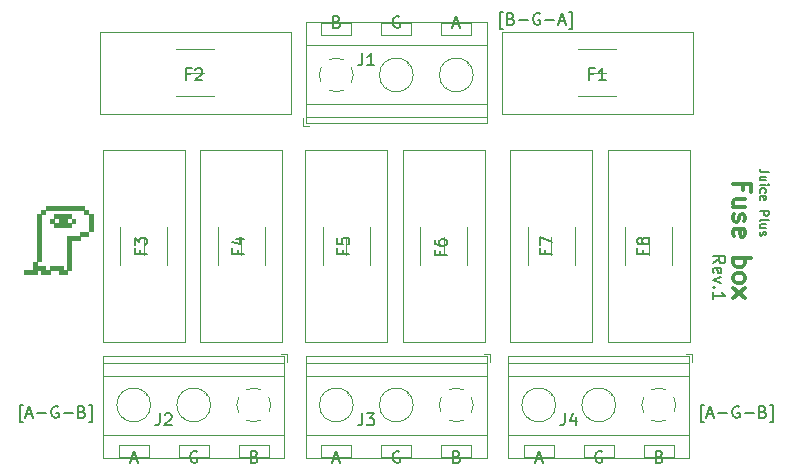
<source format=gto>
G04 #@! TF.GenerationSoftware,KiCad,Pcbnew,5.0.2+dfsg1-1*
G04 #@! TF.CreationDate,2022-05-27T08:30:11+09:00*
G04 #@! TF.ProjectId,car-fuse-box,6361722d-6675-4736-952d-626f782e6b69,rev?*
G04 #@! TF.SameCoordinates,Original*
G04 #@! TF.FileFunction,Legend,Top*
G04 #@! TF.FilePolarity,Positive*
%FSLAX46Y46*%
G04 Gerber Fmt 4.6, Leading zero omitted, Abs format (unit mm)*
G04 Created by KiCad (PCBNEW 5.0.2+dfsg1-1) date Fri 27 May 2022 08:30:11 AM JST*
%MOMM*%
%LPD*%
G01*
G04 APERTURE LIST*
%ADD10C,0.150000*%
%ADD11C,0.200000*%
%ADD12C,0.300000*%
%ADD13C,0.120000*%
%ADD14C,0.010000*%
%ADD15C,2.882000*%
%ADD16R,2.202000X2.202000*%
%ADD17C,2.202000*%
%ADD18C,5.702000*%
G04 APERTURE END LIST*
D10*
X150270714Y-63486428D02*
X149735000Y-63486428D01*
X149627857Y-63450714D01*
X149556428Y-63379285D01*
X149520714Y-63272142D01*
X149520714Y-63200714D01*
X150020714Y-64165000D02*
X149520714Y-64165000D01*
X150020714Y-63843571D02*
X149627857Y-63843571D01*
X149556428Y-63879285D01*
X149520714Y-63950714D01*
X149520714Y-64057857D01*
X149556428Y-64129285D01*
X149592142Y-64165000D01*
X149520714Y-64522142D02*
X150020714Y-64522142D01*
X150270714Y-64522142D02*
X150235000Y-64486428D01*
X150199285Y-64522142D01*
X150235000Y-64557857D01*
X150270714Y-64522142D01*
X150199285Y-64522142D01*
X149556428Y-65200714D02*
X149520714Y-65129285D01*
X149520714Y-64986428D01*
X149556428Y-64915000D01*
X149592142Y-64879285D01*
X149663571Y-64843571D01*
X149877857Y-64843571D01*
X149949285Y-64879285D01*
X149985000Y-64915000D01*
X150020714Y-64986428D01*
X150020714Y-65129285D01*
X149985000Y-65200714D01*
X149556428Y-65807857D02*
X149520714Y-65736428D01*
X149520714Y-65593571D01*
X149556428Y-65522142D01*
X149627857Y-65486428D01*
X149913571Y-65486428D01*
X149985000Y-65522142D01*
X150020714Y-65593571D01*
X150020714Y-65736428D01*
X149985000Y-65807857D01*
X149913571Y-65843571D01*
X149842142Y-65843571D01*
X149770714Y-65486428D01*
X149520714Y-66736428D02*
X150270714Y-66736428D01*
X150270714Y-67022142D01*
X150235000Y-67093571D01*
X150199285Y-67129285D01*
X150127857Y-67165000D01*
X150020714Y-67165000D01*
X149949285Y-67129285D01*
X149913571Y-67093571D01*
X149877857Y-67022142D01*
X149877857Y-66736428D01*
X149520714Y-67593571D02*
X149556428Y-67522142D01*
X149627857Y-67486428D01*
X150270714Y-67486428D01*
X150020714Y-68200714D02*
X149520714Y-68200714D01*
X150020714Y-67879285D02*
X149627857Y-67879285D01*
X149556428Y-67915000D01*
X149520714Y-67986428D01*
X149520714Y-68093571D01*
X149556428Y-68165000D01*
X149592142Y-68200714D01*
X149556428Y-68522142D02*
X149520714Y-68593571D01*
X149520714Y-68736428D01*
X149556428Y-68807857D01*
X149627857Y-68843571D01*
X149663571Y-68843571D01*
X149735000Y-68807857D01*
X149770714Y-68736428D01*
X149770714Y-68629285D01*
X149806428Y-68557857D01*
X149877857Y-68522142D01*
X149913571Y-68522142D01*
X149985000Y-68557857D01*
X150020714Y-68629285D01*
X150020714Y-68736428D01*
X149985000Y-68807857D01*
D11*
X145597619Y-71175714D02*
X146073809Y-70842380D01*
X145597619Y-70604285D02*
X146597619Y-70604285D01*
X146597619Y-70985238D01*
X146550000Y-71080476D01*
X146502380Y-71128095D01*
X146407142Y-71175714D01*
X146264285Y-71175714D01*
X146169047Y-71128095D01*
X146121428Y-71080476D01*
X146073809Y-70985238D01*
X146073809Y-70604285D01*
X145645238Y-71985238D02*
X145597619Y-71890000D01*
X145597619Y-71699523D01*
X145645238Y-71604285D01*
X145740476Y-71556666D01*
X146121428Y-71556666D01*
X146216666Y-71604285D01*
X146264285Y-71699523D01*
X146264285Y-71890000D01*
X146216666Y-71985238D01*
X146121428Y-72032857D01*
X146026190Y-72032857D01*
X145930952Y-71556666D01*
X146264285Y-72366190D02*
X145597619Y-72604285D01*
X146264285Y-72842380D01*
X145692857Y-73223333D02*
X145645238Y-73270952D01*
X145597619Y-73223333D01*
X145645238Y-73175714D01*
X145692857Y-73223333D01*
X145597619Y-73223333D01*
X145597619Y-74223333D02*
X145597619Y-73651904D01*
X145597619Y-73937619D02*
X146597619Y-73937619D01*
X146454761Y-73842380D01*
X146359523Y-73747142D01*
X146311904Y-73651904D01*
D12*
X148062142Y-64965000D02*
X148062142Y-64465000D01*
X147276428Y-64465000D02*
X148776428Y-64465000D01*
X148776428Y-65179285D01*
X148276428Y-66393571D02*
X147276428Y-66393571D01*
X148276428Y-65750714D02*
X147490714Y-65750714D01*
X147347857Y-65822142D01*
X147276428Y-65965000D01*
X147276428Y-66179285D01*
X147347857Y-66322142D01*
X147419285Y-66393571D01*
X147347857Y-67036428D02*
X147276428Y-67179285D01*
X147276428Y-67465000D01*
X147347857Y-67607857D01*
X147490714Y-67679285D01*
X147562142Y-67679285D01*
X147705000Y-67607857D01*
X147776428Y-67465000D01*
X147776428Y-67250714D01*
X147847857Y-67107857D01*
X147990714Y-67036428D01*
X148062142Y-67036428D01*
X148205000Y-67107857D01*
X148276428Y-67250714D01*
X148276428Y-67465000D01*
X148205000Y-67607857D01*
X147347857Y-68893571D02*
X147276428Y-68750714D01*
X147276428Y-68465000D01*
X147347857Y-68322142D01*
X147490714Y-68250714D01*
X148062142Y-68250714D01*
X148205000Y-68322142D01*
X148276428Y-68465000D01*
X148276428Y-68750714D01*
X148205000Y-68893571D01*
X148062142Y-68965000D01*
X147919285Y-68965000D01*
X147776428Y-68250714D01*
X147276428Y-70750714D02*
X148776428Y-70750714D01*
X148205000Y-70750714D02*
X148276428Y-70893571D01*
X148276428Y-71179285D01*
X148205000Y-71322142D01*
X148133571Y-71393571D01*
X147990714Y-71465000D01*
X147562142Y-71465000D01*
X147419285Y-71393571D01*
X147347857Y-71322142D01*
X147276428Y-71179285D01*
X147276428Y-70893571D01*
X147347857Y-70750714D01*
X147276428Y-72322142D02*
X147347857Y-72179285D01*
X147419285Y-72107857D01*
X147562142Y-72036428D01*
X147990714Y-72036428D01*
X148133571Y-72107857D01*
X148205000Y-72179285D01*
X148276428Y-72322142D01*
X148276428Y-72536428D01*
X148205000Y-72679285D01*
X148133571Y-72750714D01*
X147990714Y-72822142D01*
X147562142Y-72822142D01*
X147419285Y-72750714D01*
X147347857Y-72679285D01*
X147276428Y-72536428D01*
X147276428Y-72322142D01*
X147276428Y-73322142D02*
X148276428Y-74107857D01*
X148276428Y-73322142D02*
X147276428Y-74107857D01*
D10*
X127746476Y-51331714D02*
X127508380Y-51331714D01*
X127508380Y-49903142D01*
X127746476Y-49903142D01*
X128460761Y-50474571D02*
X128603619Y-50522190D01*
X128651238Y-50569809D01*
X128698857Y-50665047D01*
X128698857Y-50807904D01*
X128651238Y-50903142D01*
X128603619Y-50950761D01*
X128508380Y-50998380D01*
X128127428Y-50998380D01*
X128127428Y-49998380D01*
X128460761Y-49998380D01*
X128556000Y-50046000D01*
X128603619Y-50093619D01*
X128651238Y-50188857D01*
X128651238Y-50284095D01*
X128603619Y-50379333D01*
X128556000Y-50426952D01*
X128460761Y-50474571D01*
X128127428Y-50474571D01*
X129127428Y-50617428D02*
X129889333Y-50617428D01*
X130889333Y-50046000D02*
X130794095Y-49998380D01*
X130651238Y-49998380D01*
X130508380Y-50046000D01*
X130413142Y-50141238D01*
X130365523Y-50236476D01*
X130317904Y-50426952D01*
X130317904Y-50569809D01*
X130365523Y-50760285D01*
X130413142Y-50855523D01*
X130508380Y-50950761D01*
X130651238Y-50998380D01*
X130746476Y-50998380D01*
X130889333Y-50950761D01*
X130936952Y-50903142D01*
X130936952Y-50569809D01*
X130746476Y-50569809D01*
X131365523Y-50617428D02*
X132127428Y-50617428D01*
X132556000Y-50712666D02*
X133032190Y-50712666D01*
X132460761Y-50998380D02*
X132794095Y-49998380D01*
X133127428Y-50998380D01*
X133365523Y-51331714D02*
X133603619Y-51331714D01*
X133603619Y-49903142D01*
X133365523Y-49903142D01*
X87106476Y-84605714D02*
X86868380Y-84605714D01*
X86868380Y-83177142D01*
X87106476Y-83177142D01*
X87439809Y-83986666D02*
X87916000Y-83986666D01*
X87344571Y-84272380D02*
X87677904Y-83272380D01*
X88011238Y-84272380D01*
X88344571Y-83891428D02*
X89106476Y-83891428D01*
X90106476Y-83320000D02*
X90011238Y-83272380D01*
X89868380Y-83272380D01*
X89725523Y-83320000D01*
X89630285Y-83415238D01*
X89582666Y-83510476D01*
X89535047Y-83700952D01*
X89535047Y-83843809D01*
X89582666Y-84034285D01*
X89630285Y-84129523D01*
X89725523Y-84224761D01*
X89868380Y-84272380D01*
X89963619Y-84272380D01*
X90106476Y-84224761D01*
X90154095Y-84177142D01*
X90154095Y-83843809D01*
X89963619Y-83843809D01*
X90582666Y-83891428D02*
X91344571Y-83891428D01*
X92154095Y-83748571D02*
X92296952Y-83796190D01*
X92344571Y-83843809D01*
X92392190Y-83939047D01*
X92392190Y-84081904D01*
X92344571Y-84177142D01*
X92296952Y-84224761D01*
X92201714Y-84272380D01*
X91820761Y-84272380D01*
X91820761Y-83272380D01*
X92154095Y-83272380D01*
X92249333Y-83320000D01*
X92296952Y-83367619D01*
X92344571Y-83462857D01*
X92344571Y-83558095D01*
X92296952Y-83653333D01*
X92249333Y-83700952D01*
X92154095Y-83748571D01*
X91820761Y-83748571D01*
X92725523Y-84605714D02*
X92963619Y-84605714D01*
X92963619Y-83177142D01*
X92725523Y-83177142D01*
X144764476Y-84605714D02*
X144526380Y-84605714D01*
X144526380Y-83177142D01*
X144764476Y-83177142D01*
X145097809Y-83986666D02*
X145574000Y-83986666D01*
X145002571Y-84272380D02*
X145335904Y-83272380D01*
X145669238Y-84272380D01*
X146002571Y-83891428D02*
X146764476Y-83891428D01*
X147764476Y-83320000D02*
X147669238Y-83272380D01*
X147526380Y-83272380D01*
X147383523Y-83320000D01*
X147288285Y-83415238D01*
X147240666Y-83510476D01*
X147193047Y-83700952D01*
X147193047Y-83843809D01*
X147240666Y-84034285D01*
X147288285Y-84129523D01*
X147383523Y-84224761D01*
X147526380Y-84272380D01*
X147621619Y-84272380D01*
X147764476Y-84224761D01*
X147812095Y-84177142D01*
X147812095Y-83843809D01*
X147621619Y-83843809D01*
X148240666Y-83891428D02*
X149002571Y-83891428D01*
X149812095Y-83748571D02*
X149954952Y-83796190D01*
X150002571Y-83843809D01*
X150050190Y-83939047D01*
X150050190Y-84081904D01*
X150002571Y-84177142D01*
X149954952Y-84224761D01*
X149859714Y-84272380D01*
X149478761Y-84272380D01*
X149478761Y-83272380D01*
X149812095Y-83272380D01*
X149907333Y-83320000D01*
X149954952Y-83367619D01*
X150002571Y-83462857D01*
X150002571Y-83558095D01*
X149954952Y-83653333D01*
X149907333Y-83700952D01*
X149812095Y-83748571D01*
X149478761Y-83748571D01*
X150383523Y-84605714D02*
X150621619Y-84605714D01*
X150621619Y-83177142D01*
X150383523Y-83177142D01*
X123586904Y-50966666D02*
X124063095Y-50966666D01*
X123491666Y-51252380D02*
X123825000Y-50252380D01*
X124158333Y-51252380D01*
X119006904Y-50300000D02*
X118911666Y-50252380D01*
X118768809Y-50252380D01*
X118625952Y-50300000D01*
X118530714Y-50395238D01*
X118483095Y-50490476D01*
X118435476Y-50680952D01*
X118435476Y-50823809D01*
X118483095Y-51014285D01*
X118530714Y-51109523D01*
X118625952Y-51204761D01*
X118768809Y-51252380D01*
X118864047Y-51252380D01*
X119006904Y-51204761D01*
X119054523Y-51157142D01*
X119054523Y-50823809D01*
X118864047Y-50823809D01*
X113736428Y-50728571D02*
X113879285Y-50776190D01*
X113926904Y-50823809D01*
X113974523Y-50919047D01*
X113974523Y-51061904D01*
X113926904Y-51157142D01*
X113879285Y-51204761D01*
X113784047Y-51252380D01*
X113403095Y-51252380D01*
X113403095Y-50252380D01*
X113736428Y-50252380D01*
X113831666Y-50300000D01*
X113879285Y-50347619D01*
X113926904Y-50442857D01*
X113926904Y-50538095D01*
X113879285Y-50633333D01*
X113831666Y-50680952D01*
X113736428Y-50728571D01*
X113403095Y-50728571D01*
X136151904Y-87130000D02*
X136056666Y-87082380D01*
X135913809Y-87082380D01*
X135770952Y-87130000D01*
X135675714Y-87225238D01*
X135628095Y-87320476D01*
X135580476Y-87510952D01*
X135580476Y-87653809D01*
X135628095Y-87844285D01*
X135675714Y-87939523D01*
X135770952Y-88034761D01*
X135913809Y-88082380D01*
X136009047Y-88082380D01*
X136151904Y-88034761D01*
X136199523Y-87987142D01*
X136199523Y-87653809D01*
X136009047Y-87653809D01*
X119006904Y-87130000D02*
X118911666Y-87082380D01*
X118768809Y-87082380D01*
X118625952Y-87130000D01*
X118530714Y-87225238D01*
X118483095Y-87320476D01*
X118435476Y-87510952D01*
X118435476Y-87653809D01*
X118483095Y-87844285D01*
X118530714Y-87939523D01*
X118625952Y-88034761D01*
X118768809Y-88082380D01*
X118864047Y-88082380D01*
X119006904Y-88034761D01*
X119054523Y-87987142D01*
X119054523Y-87653809D01*
X118864047Y-87653809D01*
X101861904Y-87130000D02*
X101766666Y-87082380D01*
X101623809Y-87082380D01*
X101480952Y-87130000D01*
X101385714Y-87225238D01*
X101338095Y-87320476D01*
X101290476Y-87510952D01*
X101290476Y-87653809D01*
X101338095Y-87844285D01*
X101385714Y-87939523D01*
X101480952Y-88034761D01*
X101623809Y-88082380D01*
X101719047Y-88082380D01*
X101861904Y-88034761D01*
X101909523Y-87987142D01*
X101909523Y-87653809D01*
X101719047Y-87653809D01*
X141041428Y-87558571D02*
X141184285Y-87606190D01*
X141231904Y-87653809D01*
X141279523Y-87749047D01*
X141279523Y-87891904D01*
X141231904Y-87987142D01*
X141184285Y-88034761D01*
X141089047Y-88082380D01*
X140708095Y-88082380D01*
X140708095Y-87082380D01*
X141041428Y-87082380D01*
X141136666Y-87130000D01*
X141184285Y-87177619D01*
X141231904Y-87272857D01*
X141231904Y-87368095D01*
X141184285Y-87463333D01*
X141136666Y-87510952D01*
X141041428Y-87558571D01*
X140708095Y-87558571D01*
X123896428Y-87558571D02*
X124039285Y-87606190D01*
X124086904Y-87653809D01*
X124134523Y-87749047D01*
X124134523Y-87891904D01*
X124086904Y-87987142D01*
X124039285Y-88034761D01*
X123944047Y-88082380D01*
X123563095Y-88082380D01*
X123563095Y-87082380D01*
X123896428Y-87082380D01*
X123991666Y-87130000D01*
X124039285Y-87177619D01*
X124086904Y-87272857D01*
X124086904Y-87368095D01*
X124039285Y-87463333D01*
X123991666Y-87510952D01*
X123896428Y-87558571D01*
X123563095Y-87558571D01*
X106751428Y-87558571D02*
X106894285Y-87606190D01*
X106941904Y-87653809D01*
X106989523Y-87749047D01*
X106989523Y-87891904D01*
X106941904Y-87987142D01*
X106894285Y-88034761D01*
X106799047Y-88082380D01*
X106418095Y-88082380D01*
X106418095Y-87082380D01*
X106751428Y-87082380D01*
X106846666Y-87130000D01*
X106894285Y-87177619D01*
X106941904Y-87272857D01*
X106941904Y-87368095D01*
X106894285Y-87463333D01*
X106846666Y-87510952D01*
X106751428Y-87558571D01*
X106418095Y-87558571D01*
X130571904Y-87796666D02*
X131048095Y-87796666D01*
X130476666Y-88082380D02*
X130810000Y-87082380D01*
X131143333Y-88082380D01*
X113426904Y-87796666D02*
X113903095Y-87796666D01*
X113331666Y-88082380D02*
X113665000Y-87082380D01*
X113998333Y-88082380D01*
X96281904Y-87796666D02*
X96758095Y-87796666D01*
X96186666Y-88082380D02*
X96520000Y-87082380D01*
X96853333Y-88082380D01*
D13*
G04 #@! TO.C,F1*
X143870000Y-58510000D02*
X143870000Y-51570000D01*
X143870000Y-51570000D02*
X127670000Y-51570000D01*
X127670000Y-51570000D02*
X127670000Y-58510000D01*
X127670000Y-58510000D02*
X143870000Y-58510000D01*
X136520000Y-55040000D02*
X135020000Y-55040000D01*
X134170000Y-53040000D02*
X137370000Y-53040000D01*
X137370000Y-57040000D02*
X134170000Y-57040000D01*
G04 #@! TO.C,F2*
X100120000Y-53040000D02*
X103320000Y-53040000D01*
X103320000Y-57040000D02*
X100120000Y-57040000D01*
X100970000Y-55040000D02*
X102470000Y-55040000D01*
X109820000Y-51570000D02*
X93620000Y-51570000D01*
X109820000Y-58510000D02*
X109820000Y-51570000D01*
X93620000Y-58510000D02*
X109820000Y-58510000D01*
X93620000Y-51570000D02*
X93620000Y-58510000D01*
G04 #@! TO.C,F3*
X100830000Y-61630000D02*
X93890000Y-61630000D01*
X93890000Y-61630000D02*
X93890000Y-77830000D01*
X93890000Y-77830000D02*
X100830000Y-77830000D01*
X100830000Y-77830000D02*
X100830000Y-61630000D01*
X97360000Y-68980000D02*
X97360000Y-70480000D01*
X95360000Y-71330000D02*
X95360000Y-68130000D01*
X99360000Y-68130000D02*
X99360000Y-71330000D01*
G04 #@! TO.C,F4*
X107615000Y-68130000D02*
X107615000Y-71330000D01*
X103615000Y-71330000D02*
X103615000Y-68130000D01*
X105615000Y-68980000D02*
X105615000Y-70480000D01*
X109085000Y-77830000D02*
X109085000Y-61630000D01*
X102145000Y-77830000D02*
X109085000Y-77830000D01*
X102145000Y-61630000D02*
X102145000Y-77830000D01*
X109085000Y-61630000D02*
X102145000Y-61630000D01*
G04 #@! TO.C,F5*
X117975000Y-61630000D02*
X111035000Y-61630000D01*
X111035000Y-61630000D02*
X111035000Y-77830000D01*
X111035000Y-77830000D02*
X117975000Y-77830000D01*
X117975000Y-77830000D02*
X117975000Y-61630000D01*
X114505000Y-68980000D02*
X114505000Y-70480000D01*
X112505000Y-71330000D02*
X112505000Y-68130000D01*
X116505000Y-68130000D02*
X116505000Y-71330000D01*
G04 #@! TO.C,F6*
X124760000Y-68130000D02*
X124760000Y-71330000D01*
X120760000Y-71330000D02*
X120760000Y-68130000D01*
X122760000Y-68980000D02*
X122760000Y-70480000D01*
X126230000Y-77830000D02*
X126230000Y-61630000D01*
X119290000Y-77830000D02*
X126230000Y-77830000D01*
X119290000Y-61630000D02*
X119290000Y-77830000D01*
X126230000Y-61630000D02*
X119290000Y-61630000D01*
G04 #@! TO.C,F7*
X135345000Y-61630000D02*
X128405000Y-61630000D01*
X128405000Y-61630000D02*
X128405000Y-77830000D01*
X128405000Y-77830000D02*
X135345000Y-77830000D01*
X135345000Y-77830000D02*
X135345000Y-61630000D01*
X131875000Y-68980000D02*
X131875000Y-70480000D01*
X129875000Y-71330000D02*
X129875000Y-68130000D01*
X133875000Y-68130000D02*
X133875000Y-71330000D01*
G04 #@! TO.C,F8*
X142130000Y-68130000D02*
X142130000Y-71330000D01*
X138130000Y-71330000D02*
X138130000Y-68130000D01*
X140130000Y-68980000D02*
X140130000Y-70480000D01*
X143600000Y-77830000D02*
X143600000Y-61630000D01*
X136660000Y-77830000D02*
X143600000Y-77830000D01*
X136660000Y-61630000D02*
X136660000Y-77830000D01*
X143600000Y-61630000D02*
X136660000Y-61630000D01*
G04 #@! TO.C,J1*
X114291871Y-56530275D02*
G75*
G02X113665000Y-56675000I-626871J1285275D01*
G01*
X114950824Y-54617638D02*
G75*
G02X114951000Y-55872000I-1285824J-627362D01*
G01*
X113037638Y-53959176D02*
G75*
G02X114292000Y-53959000I627362J-1285824D01*
G01*
X112378389Y-55871746D02*
G75*
G02X112379000Y-54617000I1286611J626746D01*
G01*
X113689280Y-56675940D02*
G75*
G02X113037000Y-56531000I-24280J1430940D01*
G01*
X120175000Y-55245000D02*
G75*
G03X120175000Y-55245000I-1430000J0D01*
G01*
X125255000Y-55245000D02*
G75*
G03X125255000Y-55245000I-1430000J0D01*
G01*
X111065000Y-58795000D02*
X126425000Y-58795000D01*
X111065000Y-57695000D02*
X126425000Y-57695000D01*
X111065000Y-52695000D02*
X126425000Y-52695000D01*
X111065000Y-50785000D02*
X126425000Y-50785000D01*
X111065000Y-59355000D02*
X126425000Y-59355000D01*
X111065000Y-50785000D02*
X111065000Y-59355000D01*
X126425000Y-50785000D02*
X126425000Y-59355000D01*
X112415000Y-50845000D02*
X114915000Y-50845000D01*
X112415000Y-51845000D02*
X114915000Y-51845000D01*
X112415000Y-50845000D02*
X112415000Y-51845000D01*
X114915000Y-50845000D02*
X114915000Y-51845000D01*
X119830000Y-54335000D02*
X119770000Y-54394000D01*
X117875000Y-56290000D02*
X117835000Y-56330000D01*
X119656000Y-54160000D02*
X119616000Y-54200000D01*
X117721000Y-56095000D02*
X117661000Y-56155000D01*
X117495000Y-50845000D02*
X119995000Y-50845000D01*
X117495000Y-51845000D02*
X119995000Y-51845000D01*
X117495000Y-50845000D02*
X117495000Y-51845000D01*
X119995000Y-50845000D02*
X119995000Y-51845000D01*
X124910000Y-54335000D02*
X124850000Y-54394000D01*
X122955000Y-56290000D02*
X122915000Y-56330000D01*
X124736000Y-54160000D02*
X124696000Y-54200000D01*
X122801000Y-56095000D02*
X122741000Y-56155000D01*
X122575000Y-50845000D02*
X125075000Y-50845000D01*
X122575000Y-51845000D02*
X125075000Y-51845000D01*
X122575000Y-50845000D02*
X122575000Y-51845000D01*
X125075000Y-50845000D02*
X125075000Y-51845000D01*
X110825000Y-58855000D02*
X110825000Y-59595000D01*
X110825000Y-59595000D02*
X111325000Y-59595000D01*
G04 #@! TO.C,J2*
X109520000Y-78835000D02*
X109020000Y-78835000D01*
X109520000Y-79575000D02*
X109520000Y-78835000D01*
X95270000Y-87585000D02*
X95270000Y-86585000D01*
X97770000Y-87585000D02*
X97770000Y-86585000D01*
X97770000Y-86585000D02*
X95270000Y-86585000D01*
X97770000Y-87585000D02*
X95270000Y-87585000D01*
X97544000Y-82335000D02*
X97604000Y-82275000D01*
X95609000Y-84270000D02*
X95649000Y-84230000D01*
X97390000Y-82140000D02*
X97430000Y-82100000D01*
X95435000Y-84095000D02*
X95495000Y-84036000D01*
X100350000Y-87585000D02*
X100350000Y-86585000D01*
X102850000Y-87585000D02*
X102850000Y-86585000D01*
X102850000Y-86585000D02*
X100350000Y-86585000D01*
X102850000Y-87585000D02*
X100350000Y-87585000D01*
X102624000Y-82335000D02*
X102684000Y-82275000D01*
X100689000Y-84270000D02*
X100729000Y-84230000D01*
X102470000Y-82140000D02*
X102510000Y-82100000D01*
X100515000Y-84095000D02*
X100575000Y-84036000D01*
X105430000Y-87585000D02*
X105430000Y-86585000D01*
X107930000Y-87585000D02*
X107930000Y-86585000D01*
X107930000Y-86585000D02*
X105430000Y-86585000D01*
X107930000Y-87585000D02*
X105430000Y-87585000D01*
X93920000Y-87645000D02*
X93920000Y-79075000D01*
X109280000Y-87645000D02*
X109280000Y-79075000D01*
X109280000Y-79075000D02*
X93920000Y-79075000D01*
X109280000Y-87645000D02*
X93920000Y-87645000D01*
X109280000Y-85735000D02*
X93920000Y-85735000D01*
X109280000Y-80735000D02*
X93920000Y-80735000D01*
X109280000Y-79635000D02*
X93920000Y-79635000D01*
X97950000Y-83185000D02*
G75*
G03X97950000Y-83185000I-1430000J0D01*
G01*
X103030000Y-83185000D02*
G75*
G03X103030000Y-83185000I-1430000J0D01*
G01*
X106655720Y-81754060D02*
G75*
G02X107308000Y-81899000I24280J-1430940D01*
G01*
X107966611Y-82558254D02*
G75*
G02X107966000Y-83813000I-1286611J-626746D01*
G01*
X107307362Y-84470824D02*
G75*
G02X106053000Y-84471000I-627362J1285824D01*
G01*
X105394176Y-83812362D02*
G75*
G02X105394000Y-82558000I1285824J627362D01*
G01*
X106053129Y-81899725D02*
G75*
G02X106680000Y-81755000I626871J-1285275D01*
G01*
G04 #@! TO.C,J3*
X123198129Y-81899725D02*
G75*
G02X123825000Y-81755000I626871J-1285275D01*
G01*
X122539176Y-83812362D02*
G75*
G02X122539000Y-82558000I1285824J627362D01*
G01*
X124452362Y-84470824D02*
G75*
G02X123198000Y-84471000I-627362J1285824D01*
G01*
X125111611Y-82558254D02*
G75*
G02X125111000Y-83813000I-1286611J-626746D01*
G01*
X123800720Y-81754060D02*
G75*
G02X124453000Y-81899000I24280J-1430940D01*
G01*
X120175000Y-83185000D02*
G75*
G03X120175000Y-83185000I-1430000J0D01*
G01*
X115095000Y-83185000D02*
G75*
G03X115095000Y-83185000I-1430000J0D01*
G01*
X126425000Y-79635000D02*
X111065000Y-79635000D01*
X126425000Y-80735000D02*
X111065000Y-80735000D01*
X126425000Y-85735000D02*
X111065000Y-85735000D01*
X126425000Y-87645000D02*
X111065000Y-87645000D01*
X126425000Y-79075000D02*
X111065000Y-79075000D01*
X126425000Y-87645000D02*
X126425000Y-79075000D01*
X111065000Y-87645000D02*
X111065000Y-79075000D01*
X125075000Y-87585000D02*
X122575000Y-87585000D01*
X125075000Y-86585000D02*
X122575000Y-86585000D01*
X125075000Y-87585000D02*
X125075000Y-86585000D01*
X122575000Y-87585000D02*
X122575000Y-86585000D01*
X117660000Y-84095000D02*
X117720000Y-84036000D01*
X119615000Y-82140000D02*
X119655000Y-82100000D01*
X117834000Y-84270000D02*
X117874000Y-84230000D01*
X119769000Y-82335000D02*
X119829000Y-82275000D01*
X119995000Y-87585000D02*
X117495000Y-87585000D01*
X119995000Y-86585000D02*
X117495000Y-86585000D01*
X119995000Y-87585000D02*
X119995000Y-86585000D01*
X117495000Y-87585000D02*
X117495000Y-86585000D01*
X112580000Y-84095000D02*
X112640000Y-84036000D01*
X114535000Y-82140000D02*
X114575000Y-82100000D01*
X112754000Y-84270000D02*
X112794000Y-84230000D01*
X114689000Y-82335000D02*
X114749000Y-82275000D01*
X114915000Y-87585000D02*
X112415000Y-87585000D01*
X114915000Y-86585000D02*
X112415000Y-86585000D01*
X114915000Y-87585000D02*
X114915000Y-86585000D01*
X112415000Y-87585000D02*
X112415000Y-86585000D01*
X126665000Y-79575000D02*
X126665000Y-78835000D01*
X126665000Y-78835000D02*
X126165000Y-78835000D01*
G04 #@! TO.C,J4*
X143810000Y-78835000D02*
X143310000Y-78835000D01*
X143810000Y-79575000D02*
X143810000Y-78835000D01*
X129560000Y-87585000D02*
X129560000Y-86585000D01*
X132060000Y-87585000D02*
X132060000Y-86585000D01*
X132060000Y-86585000D02*
X129560000Y-86585000D01*
X132060000Y-87585000D02*
X129560000Y-87585000D01*
X131834000Y-82335000D02*
X131894000Y-82275000D01*
X129899000Y-84270000D02*
X129939000Y-84230000D01*
X131680000Y-82140000D02*
X131720000Y-82100000D01*
X129725000Y-84095000D02*
X129785000Y-84036000D01*
X134640000Y-87585000D02*
X134640000Y-86585000D01*
X137140000Y-87585000D02*
X137140000Y-86585000D01*
X137140000Y-86585000D02*
X134640000Y-86585000D01*
X137140000Y-87585000D02*
X134640000Y-87585000D01*
X136914000Y-82335000D02*
X136974000Y-82275000D01*
X134979000Y-84270000D02*
X135019000Y-84230000D01*
X136760000Y-82140000D02*
X136800000Y-82100000D01*
X134805000Y-84095000D02*
X134865000Y-84036000D01*
X139720000Y-87585000D02*
X139720000Y-86585000D01*
X142220000Y-87585000D02*
X142220000Y-86585000D01*
X142220000Y-86585000D02*
X139720000Y-86585000D01*
X142220000Y-87585000D02*
X139720000Y-87585000D01*
X128210000Y-87645000D02*
X128210000Y-79075000D01*
X143570000Y-87645000D02*
X143570000Y-79075000D01*
X143570000Y-79075000D02*
X128210000Y-79075000D01*
X143570000Y-87645000D02*
X128210000Y-87645000D01*
X143570000Y-85735000D02*
X128210000Y-85735000D01*
X143570000Y-80735000D02*
X128210000Y-80735000D01*
X143570000Y-79635000D02*
X128210000Y-79635000D01*
X132240000Y-83185000D02*
G75*
G03X132240000Y-83185000I-1430000J0D01*
G01*
X137320000Y-83185000D02*
G75*
G03X137320000Y-83185000I-1430000J0D01*
G01*
X140945720Y-81754060D02*
G75*
G02X141598000Y-81899000I24280J-1430940D01*
G01*
X142256611Y-82558254D02*
G75*
G02X142256000Y-83813000I-1286611J-626746D01*
G01*
X141597362Y-84470824D02*
G75*
G02X140343000Y-84471000I-627362J1285824D01*
G01*
X139684176Y-83812362D02*
G75*
G02X139684000Y-82558000I1285824J627362D01*
G01*
X140343129Y-81899725D02*
G75*
G02X140970000Y-81755000I626871J-1285275D01*
G01*
D14*
G04 #@! TO.C,G\002A\002A\002A*
G36*
X87579200Y-72119066D02*
X87248999Y-72119066D01*
X87248999Y-71788866D01*
X87579200Y-71788866D01*
X87579200Y-72119066D01*
X87579200Y-72119066D01*
G37*
X87579200Y-72119066D02*
X87248999Y-72119066D01*
X87248999Y-71788866D01*
X87579200Y-71788866D01*
X87579200Y-72119066D01*
G36*
X87943266Y-72119066D02*
X87613066Y-72119066D01*
X87613066Y-71788866D01*
X87943266Y-71788866D01*
X87943266Y-72119066D01*
X87943266Y-72119066D01*
G37*
X87943266Y-72119066D02*
X87613066Y-72119066D01*
X87613066Y-71788866D01*
X87943266Y-71788866D01*
X87943266Y-72119066D01*
G36*
X88307333Y-72119066D02*
X87977133Y-72119066D01*
X87977133Y-71788866D01*
X88307333Y-71788866D01*
X88307333Y-72119066D01*
X88307333Y-72119066D01*
G37*
X88307333Y-72119066D02*
X87977133Y-72119066D01*
X87977133Y-71788866D01*
X88307333Y-71788866D01*
X88307333Y-72119066D01*
G36*
X89035466Y-72119066D02*
X88705266Y-72119066D01*
X88705266Y-71788866D01*
X89035466Y-71788866D01*
X89035466Y-72119066D01*
X89035466Y-72119066D01*
G37*
X89035466Y-72119066D02*
X88705266Y-72119066D01*
X88705266Y-71788866D01*
X89035466Y-71788866D01*
X89035466Y-72119066D01*
G36*
X89399533Y-72119066D02*
X89069333Y-72119066D01*
X89069333Y-71788866D01*
X89399533Y-71788866D01*
X89399533Y-72119066D01*
X89399533Y-72119066D01*
G37*
X89399533Y-72119066D02*
X89069333Y-72119066D01*
X89069333Y-71788866D01*
X89399533Y-71788866D01*
X89399533Y-72119066D01*
G36*
X90491733Y-72119066D02*
X90161533Y-72119066D01*
X90161533Y-71788866D01*
X90491733Y-71788866D01*
X90491733Y-72119066D01*
X90491733Y-72119066D01*
G37*
X90491733Y-72119066D02*
X90161533Y-72119066D01*
X90161533Y-71788866D01*
X90491733Y-71788866D01*
X90491733Y-72119066D01*
G36*
X90855799Y-72119066D02*
X90525599Y-72119066D01*
X90525599Y-71788866D01*
X90855799Y-71788866D01*
X90855799Y-72119066D01*
X90855799Y-72119066D01*
G37*
X90855799Y-72119066D02*
X90525599Y-72119066D01*
X90525599Y-71788866D01*
X90855799Y-71788866D01*
X90855799Y-72119066D01*
G36*
X88307333Y-71755000D02*
X87977133Y-71755000D01*
X87977133Y-71424800D01*
X88307333Y-71424800D01*
X88307333Y-71755000D01*
X88307333Y-71755000D01*
G37*
X88307333Y-71755000D02*
X87977133Y-71755000D01*
X87977133Y-71424800D01*
X88307333Y-71424800D01*
X88307333Y-71755000D01*
G36*
X88671399Y-71755000D02*
X88341200Y-71755000D01*
X88341200Y-71424800D01*
X88671399Y-71424800D01*
X88671399Y-71755000D01*
X88671399Y-71755000D01*
G37*
X88671399Y-71755000D02*
X88341200Y-71755000D01*
X88341200Y-71424800D01*
X88671399Y-71424800D01*
X88671399Y-71755000D01*
G36*
X89035466Y-71755000D02*
X88705266Y-71755000D01*
X88705266Y-71424800D01*
X89035466Y-71424800D01*
X89035466Y-71755000D01*
X89035466Y-71755000D01*
G37*
X89035466Y-71755000D02*
X88705266Y-71755000D01*
X88705266Y-71424800D01*
X89035466Y-71424800D01*
X89035466Y-71755000D01*
G36*
X89763600Y-71755000D02*
X89433400Y-71755000D01*
X89433400Y-71424800D01*
X89763600Y-71424800D01*
X89763600Y-71755000D01*
X89763600Y-71755000D01*
G37*
X89763600Y-71755000D02*
X89433400Y-71755000D01*
X89433400Y-71424800D01*
X89763600Y-71424800D01*
X89763600Y-71755000D01*
G36*
X90127666Y-71755000D02*
X89797466Y-71755000D01*
X89797466Y-71424800D01*
X90127666Y-71424800D01*
X90127666Y-71755000D01*
X90127666Y-71755000D01*
G37*
X90127666Y-71755000D02*
X89797466Y-71755000D01*
X89797466Y-71424800D01*
X90127666Y-71424800D01*
X90127666Y-71755000D01*
G36*
X90491733Y-71755000D02*
X90161533Y-71755000D01*
X90161533Y-71424800D01*
X90491733Y-71424800D01*
X90491733Y-71755000D01*
X90491733Y-71755000D01*
G37*
X90491733Y-71755000D02*
X90161533Y-71755000D01*
X90161533Y-71424800D01*
X90491733Y-71424800D01*
X90491733Y-71755000D01*
G36*
X91219866Y-71755000D02*
X90889666Y-71755000D01*
X90889666Y-71424800D01*
X91219866Y-71424800D01*
X91219866Y-71755000D01*
X91219866Y-71755000D01*
G37*
X91219866Y-71755000D02*
X90889666Y-71755000D01*
X90889666Y-71424800D01*
X91219866Y-71424800D01*
X91219866Y-71755000D01*
G36*
X88307333Y-71390933D02*
X87977133Y-71390933D01*
X87977133Y-71060733D01*
X88307333Y-71060733D01*
X88307333Y-71390933D01*
X88307333Y-71390933D01*
G37*
X88307333Y-71390933D02*
X87977133Y-71390933D01*
X87977133Y-71060733D01*
X88307333Y-71060733D01*
X88307333Y-71390933D01*
G36*
X91219866Y-71390933D02*
X90889666Y-71390933D01*
X90889666Y-71060733D01*
X91219866Y-71060733D01*
X91219866Y-71390933D01*
X91219866Y-71390933D01*
G37*
X91219866Y-71390933D02*
X90889666Y-71390933D01*
X90889666Y-71060733D01*
X91219866Y-71060733D01*
X91219866Y-71390933D01*
G36*
X88671399Y-71026866D02*
X88341200Y-71026866D01*
X88341200Y-70696666D01*
X88671399Y-70696666D01*
X88671399Y-71026866D01*
X88671399Y-71026866D01*
G37*
X88671399Y-71026866D02*
X88341200Y-71026866D01*
X88341200Y-70696666D01*
X88671399Y-70696666D01*
X88671399Y-71026866D01*
G36*
X91219866Y-71026866D02*
X90889666Y-71026866D01*
X90889666Y-70696666D01*
X91219866Y-70696666D01*
X91219866Y-71026866D01*
X91219866Y-71026866D01*
G37*
X91219866Y-71026866D02*
X90889666Y-71026866D01*
X90889666Y-70696666D01*
X91219866Y-70696666D01*
X91219866Y-71026866D01*
G36*
X88671399Y-70662800D02*
X88341200Y-70662800D01*
X88341200Y-70332600D01*
X88671399Y-70332600D01*
X88671399Y-70662800D01*
X88671399Y-70662800D01*
G37*
X88671399Y-70662800D02*
X88341200Y-70662800D01*
X88341200Y-70332600D01*
X88671399Y-70332600D01*
X88671399Y-70662800D01*
G36*
X91219866Y-70662800D02*
X90889666Y-70662800D01*
X90889666Y-70332600D01*
X91219866Y-70332600D01*
X91219866Y-70662800D01*
X91219866Y-70662800D01*
G37*
X91219866Y-70662800D02*
X90889666Y-70662800D01*
X90889666Y-70332600D01*
X91219866Y-70332600D01*
X91219866Y-70662800D01*
G36*
X88671399Y-70298733D02*
X88341200Y-70298733D01*
X88341200Y-69968533D01*
X88671399Y-69968533D01*
X88671399Y-70298733D01*
X88671399Y-70298733D01*
G37*
X88671399Y-70298733D02*
X88341200Y-70298733D01*
X88341200Y-69968533D01*
X88671399Y-69968533D01*
X88671399Y-70298733D01*
G36*
X91219866Y-70298733D02*
X90889666Y-70298733D01*
X90889666Y-69968533D01*
X91219866Y-69968533D01*
X91219866Y-70298733D01*
X91219866Y-70298733D01*
G37*
X91219866Y-70298733D02*
X90889666Y-70298733D01*
X90889666Y-69968533D01*
X91219866Y-69968533D01*
X91219866Y-70298733D01*
G36*
X88671399Y-69934666D02*
X88341200Y-69934666D01*
X88341200Y-69604466D01*
X88671399Y-69604466D01*
X88671399Y-69934666D01*
X88671399Y-69934666D01*
G37*
X88671399Y-69934666D02*
X88341200Y-69934666D01*
X88341200Y-69604466D01*
X88671399Y-69604466D01*
X88671399Y-69934666D01*
G36*
X91219866Y-69934666D02*
X90889666Y-69934666D01*
X90889666Y-69604466D01*
X91219866Y-69604466D01*
X91219866Y-69934666D01*
X91219866Y-69934666D01*
G37*
X91219866Y-69934666D02*
X90889666Y-69934666D01*
X90889666Y-69604466D01*
X91219866Y-69604466D01*
X91219866Y-69934666D01*
G36*
X88671399Y-69570599D02*
X88341200Y-69570599D01*
X88341200Y-69240400D01*
X88671399Y-69240400D01*
X88671399Y-69570599D01*
X88671399Y-69570599D01*
G37*
X88671399Y-69570599D02*
X88341200Y-69570599D01*
X88341200Y-69240400D01*
X88671399Y-69240400D01*
X88671399Y-69570599D01*
G36*
X91219866Y-69570599D02*
X90889666Y-69570599D01*
X90889666Y-69240400D01*
X91219866Y-69240400D01*
X91219866Y-69570599D01*
X91219866Y-69570599D01*
G37*
X91219866Y-69570599D02*
X90889666Y-69570599D01*
X90889666Y-69240400D01*
X91219866Y-69240400D01*
X91219866Y-69570599D01*
G36*
X88671399Y-69206533D02*
X88341200Y-69206533D01*
X88341200Y-68876333D01*
X88671399Y-68876333D01*
X88671399Y-69206533D01*
X88671399Y-69206533D01*
G37*
X88671399Y-69206533D02*
X88341200Y-69206533D01*
X88341200Y-68876333D01*
X88671399Y-68876333D01*
X88671399Y-69206533D01*
G36*
X91219866Y-69206533D02*
X90889666Y-69206533D01*
X90889666Y-68876333D01*
X91219866Y-68876333D01*
X91219866Y-69206533D01*
X91219866Y-69206533D01*
G37*
X91219866Y-69206533D02*
X90889666Y-69206533D01*
X90889666Y-68876333D01*
X91219866Y-68876333D01*
X91219866Y-69206533D01*
G36*
X91583933Y-69206533D02*
X91253733Y-69206533D01*
X91253733Y-68876333D01*
X91583933Y-68876333D01*
X91583933Y-69206533D01*
X91583933Y-69206533D01*
G37*
X91583933Y-69206533D02*
X91253733Y-69206533D01*
X91253733Y-68876333D01*
X91583933Y-68876333D01*
X91583933Y-69206533D01*
G36*
X91948000Y-69206533D02*
X91617800Y-69206533D01*
X91617800Y-68876333D01*
X91948000Y-68876333D01*
X91948000Y-69206533D01*
X91948000Y-69206533D01*
G37*
X91948000Y-69206533D02*
X91617800Y-69206533D01*
X91617800Y-68876333D01*
X91948000Y-68876333D01*
X91948000Y-69206533D01*
G36*
X88671399Y-68842466D02*
X88341200Y-68842466D01*
X88341200Y-68512266D01*
X88671399Y-68512266D01*
X88671399Y-68842466D01*
X88671399Y-68842466D01*
G37*
X88671399Y-68842466D02*
X88341200Y-68842466D01*
X88341200Y-68512266D01*
X88671399Y-68512266D01*
X88671399Y-68842466D01*
G36*
X92312066Y-68842466D02*
X91981866Y-68842466D01*
X91981866Y-68512266D01*
X92312066Y-68512266D01*
X92312066Y-68842466D01*
X92312066Y-68842466D01*
G37*
X92312066Y-68842466D02*
X91981866Y-68842466D01*
X91981866Y-68512266D01*
X92312066Y-68512266D01*
X92312066Y-68842466D01*
G36*
X92676133Y-68842466D02*
X92345933Y-68842466D01*
X92345933Y-68512266D01*
X92676133Y-68512266D01*
X92676133Y-68842466D01*
X92676133Y-68842466D01*
G37*
X92676133Y-68842466D02*
X92345933Y-68842466D01*
X92345933Y-68512266D01*
X92676133Y-68512266D01*
X92676133Y-68842466D01*
G36*
X88671399Y-68478400D02*
X88341200Y-68478400D01*
X88341200Y-68148200D01*
X88671399Y-68148200D01*
X88671399Y-68478400D01*
X88671399Y-68478400D01*
G37*
X88671399Y-68478400D02*
X88341200Y-68478400D01*
X88341200Y-68148200D01*
X88671399Y-68148200D01*
X88671399Y-68478400D01*
G36*
X93040200Y-68478400D02*
X92710000Y-68478400D01*
X92710000Y-68148200D01*
X93040200Y-68148200D01*
X93040200Y-68478400D01*
X93040200Y-68478400D01*
G37*
X93040200Y-68478400D02*
X92710000Y-68478400D01*
X92710000Y-68148200D01*
X93040200Y-68148200D01*
X93040200Y-68478400D01*
G36*
X88671399Y-68114333D02*
X88341200Y-68114333D01*
X88341200Y-67784133D01*
X88671399Y-67784133D01*
X88671399Y-68114333D01*
X88671399Y-68114333D01*
G37*
X88671399Y-68114333D02*
X88341200Y-68114333D01*
X88341200Y-67784133D01*
X88671399Y-67784133D01*
X88671399Y-68114333D01*
G36*
X90127666Y-68114333D02*
X89797466Y-68114333D01*
X89797466Y-67784133D01*
X90127666Y-67784133D01*
X90127666Y-68114333D01*
X90127666Y-68114333D01*
G37*
X90127666Y-68114333D02*
X89797466Y-68114333D01*
X89797466Y-67784133D01*
X90127666Y-67784133D01*
X90127666Y-68114333D01*
G36*
X90491733Y-68114333D02*
X90161533Y-68114333D01*
X90161533Y-67784133D01*
X90491733Y-67784133D01*
X90491733Y-68114333D01*
X90491733Y-68114333D01*
G37*
X90491733Y-68114333D02*
X90161533Y-68114333D01*
X90161533Y-67784133D01*
X90491733Y-67784133D01*
X90491733Y-68114333D01*
G36*
X90855799Y-68114333D02*
X90525599Y-68114333D01*
X90525599Y-67784133D01*
X90855799Y-67784133D01*
X90855799Y-68114333D01*
X90855799Y-68114333D01*
G37*
X90855799Y-68114333D02*
X90525599Y-68114333D01*
X90525599Y-67784133D01*
X90855799Y-67784133D01*
X90855799Y-68114333D01*
G36*
X91219866Y-68114333D02*
X90889666Y-68114333D01*
X90889666Y-67784133D01*
X91219866Y-67784133D01*
X91219866Y-68114333D01*
X91219866Y-68114333D01*
G37*
X91219866Y-68114333D02*
X90889666Y-68114333D01*
X90889666Y-67784133D01*
X91219866Y-67784133D01*
X91219866Y-68114333D01*
G36*
X93040200Y-68114333D02*
X92710000Y-68114333D01*
X92710000Y-67784133D01*
X93040200Y-67784133D01*
X93040200Y-68114333D01*
X93040200Y-68114333D01*
G37*
X93040200Y-68114333D02*
X92710000Y-68114333D01*
X92710000Y-67784133D01*
X93040200Y-67784133D01*
X93040200Y-68114333D01*
G36*
X88671399Y-67750266D02*
X88341200Y-67750266D01*
X88341200Y-67420066D01*
X88671399Y-67420066D01*
X88671399Y-67750266D01*
X88671399Y-67750266D01*
G37*
X88671399Y-67750266D02*
X88341200Y-67750266D01*
X88341200Y-67420066D01*
X88671399Y-67420066D01*
X88671399Y-67750266D01*
G36*
X89763600Y-67750266D02*
X89433400Y-67750266D01*
X89433400Y-67420066D01*
X89763600Y-67420066D01*
X89763600Y-67750266D01*
X89763600Y-67750266D01*
G37*
X89763600Y-67750266D02*
X89433400Y-67750266D01*
X89433400Y-67420066D01*
X89763600Y-67420066D01*
X89763600Y-67750266D01*
G36*
X90491733Y-67750266D02*
X90161533Y-67750266D01*
X90161533Y-67420066D01*
X90491733Y-67420066D01*
X90491733Y-67750266D01*
X90491733Y-67750266D01*
G37*
X90491733Y-67750266D02*
X90161533Y-67750266D01*
X90161533Y-67420066D01*
X90491733Y-67420066D01*
X90491733Y-67750266D01*
G36*
X90855799Y-67750266D02*
X90525599Y-67750266D01*
X90525599Y-67420066D01*
X90855799Y-67420066D01*
X90855799Y-67750266D01*
X90855799Y-67750266D01*
G37*
X90855799Y-67750266D02*
X90525599Y-67750266D01*
X90525599Y-67420066D01*
X90855799Y-67420066D01*
X90855799Y-67750266D01*
G36*
X91583933Y-67750266D02*
X91253733Y-67750266D01*
X91253733Y-67420066D01*
X91583933Y-67420066D01*
X91583933Y-67750266D01*
X91583933Y-67750266D01*
G37*
X91583933Y-67750266D02*
X91253733Y-67750266D01*
X91253733Y-67420066D01*
X91583933Y-67420066D01*
X91583933Y-67750266D01*
G36*
X93040200Y-67750266D02*
X92710000Y-67750266D01*
X92710000Y-67420066D01*
X93040200Y-67420066D01*
X93040200Y-67750266D01*
X93040200Y-67750266D01*
G37*
X93040200Y-67750266D02*
X92710000Y-67750266D01*
X92710000Y-67420066D01*
X93040200Y-67420066D01*
X93040200Y-67750266D01*
G36*
X88671399Y-67386200D02*
X88341200Y-67386200D01*
X88341200Y-67055999D01*
X88671399Y-67055999D01*
X88671399Y-67386200D01*
X88671399Y-67386200D01*
G37*
X88671399Y-67386200D02*
X88341200Y-67386200D01*
X88341200Y-67055999D01*
X88671399Y-67055999D01*
X88671399Y-67386200D01*
G36*
X90127666Y-67386200D02*
X89797466Y-67386200D01*
X89797466Y-67055999D01*
X90127666Y-67055999D01*
X90127666Y-67386200D01*
X90127666Y-67386200D01*
G37*
X90127666Y-67386200D02*
X89797466Y-67386200D01*
X89797466Y-67055999D01*
X90127666Y-67055999D01*
X90127666Y-67386200D01*
G36*
X90491733Y-67386200D02*
X90161533Y-67386200D01*
X90161533Y-67055999D01*
X90491733Y-67055999D01*
X90491733Y-67386200D01*
X90491733Y-67386200D01*
G37*
X90491733Y-67386200D02*
X90161533Y-67386200D01*
X90161533Y-67055999D01*
X90491733Y-67055999D01*
X90491733Y-67386200D01*
G36*
X90855799Y-67386200D02*
X90525599Y-67386200D01*
X90525599Y-67055999D01*
X90855799Y-67055999D01*
X90855799Y-67386200D01*
X90855799Y-67386200D01*
G37*
X90855799Y-67386200D02*
X90525599Y-67386200D01*
X90525599Y-67055999D01*
X90855799Y-67055999D01*
X90855799Y-67386200D01*
G36*
X91219866Y-67386200D02*
X90889666Y-67386200D01*
X90889666Y-67055999D01*
X91219866Y-67055999D01*
X91219866Y-67386200D01*
X91219866Y-67386200D01*
G37*
X91219866Y-67386200D02*
X90889666Y-67386200D01*
X90889666Y-67055999D01*
X91219866Y-67055999D01*
X91219866Y-67386200D01*
G36*
X93040200Y-67386200D02*
X92710000Y-67386200D01*
X92710000Y-67055999D01*
X93040200Y-67055999D01*
X93040200Y-67386200D01*
X93040200Y-67386200D01*
G37*
X93040200Y-67386200D02*
X92710000Y-67386200D01*
X92710000Y-67055999D01*
X93040200Y-67055999D01*
X93040200Y-67386200D01*
G36*
X89035466Y-67022133D02*
X88705266Y-67022133D01*
X88705266Y-66691933D01*
X89035466Y-66691933D01*
X89035466Y-67022133D01*
X89035466Y-67022133D01*
G37*
X89035466Y-67022133D02*
X88705266Y-67022133D01*
X88705266Y-66691933D01*
X89035466Y-66691933D01*
X89035466Y-67022133D01*
G36*
X92676133Y-67022133D02*
X92345933Y-67022133D01*
X92345933Y-66691933D01*
X92676133Y-66691933D01*
X92676133Y-67022133D01*
X92676133Y-67022133D01*
G37*
X92676133Y-67022133D02*
X92345933Y-67022133D01*
X92345933Y-66691933D01*
X92676133Y-66691933D01*
X92676133Y-67022133D01*
G36*
X89399533Y-66658066D02*
X89069333Y-66658066D01*
X89069333Y-66327866D01*
X89399533Y-66327866D01*
X89399533Y-66658066D01*
X89399533Y-66658066D01*
G37*
X89399533Y-66658066D02*
X89069333Y-66658066D01*
X89069333Y-66327866D01*
X89399533Y-66327866D01*
X89399533Y-66658066D01*
G36*
X89763600Y-66658066D02*
X89433400Y-66658066D01*
X89433400Y-66327866D01*
X89763600Y-66327866D01*
X89763600Y-66658066D01*
X89763600Y-66658066D01*
G37*
X89763600Y-66658066D02*
X89433400Y-66658066D01*
X89433400Y-66327866D01*
X89763600Y-66327866D01*
X89763600Y-66658066D01*
G36*
X90127666Y-66658066D02*
X89797466Y-66658066D01*
X89797466Y-66327866D01*
X90127666Y-66327866D01*
X90127666Y-66658066D01*
X90127666Y-66658066D01*
G37*
X90127666Y-66658066D02*
X89797466Y-66658066D01*
X89797466Y-66327866D01*
X90127666Y-66327866D01*
X90127666Y-66658066D01*
G36*
X90491733Y-66658066D02*
X90161533Y-66658066D01*
X90161533Y-66327866D01*
X90491733Y-66327866D01*
X90491733Y-66658066D01*
X90491733Y-66658066D01*
G37*
X90491733Y-66658066D02*
X90161533Y-66658066D01*
X90161533Y-66327866D01*
X90491733Y-66327866D01*
X90491733Y-66658066D01*
G36*
X90855799Y-66658066D02*
X90525599Y-66658066D01*
X90525599Y-66327866D01*
X90855799Y-66327866D01*
X90855799Y-66658066D01*
X90855799Y-66658066D01*
G37*
X90855799Y-66658066D02*
X90525599Y-66658066D01*
X90525599Y-66327866D01*
X90855799Y-66327866D01*
X90855799Y-66658066D01*
G36*
X91219866Y-66658066D02*
X90889666Y-66658066D01*
X90889666Y-66327866D01*
X91219866Y-66327866D01*
X91219866Y-66658066D01*
X91219866Y-66658066D01*
G37*
X91219866Y-66658066D02*
X90889666Y-66658066D01*
X90889666Y-66327866D01*
X91219866Y-66327866D01*
X91219866Y-66658066D01*
G36*
X91583933Y-66658066D02*
X91253733Y-66658066D01*
X91253733Y-66327866D01*
X91583933Y-66327866D01*
X91583933Y-66658066D01*
X91583933Y-66658066D01*
G37*
X91583933Y-66658066D02*
X91253733Y-66658066D01*
X91253733Y-66327866D01*
X91583933Y-66327866D01*
X91583933Y-66658066D01*
G36*
X91948000Y-66658066D02*
X91617800Y-66658066D01*
X91617800Y-66327866D01*
X91948000Y-66327866D01*
X91948000Y-66658066D01*
X91948000Y-66658066D01*
G37*
X91948000Y-66658066D02*
X91617800Y-66658066D01*
X91617800Y-66327866D01*
X91948000Y-66327866D01*
X91948000Y-66658066D01*
G36*
X92312066Y-66658066D02*
X91981866Y-66658066D01*
X91981866Y-66327866D01*
X92312066Y-66327866D01*
X92312066Y-66658066D01*
X92312066Y-66658066D01*
G37*
X92312066Y-66658066D02*
X91981866Y-66658066D01*
X91981866Y-66327866D01*
X92312066Y-66327866D01*
X92312066Y-66658066D01*
G04 #@! TO.C,F1*
D10*
X135436666Y-55173571D02*
X135103333Y-55173571D01*
X135103333Y-55697380D02*
X135103333Y-54697380D01*
X135579523Y-54697380D01*
X136484285Y-55697380D02*
X135912857Y-55697380D01*
X136198571Y-55697380D02*
X136198571Y-54697380D01*
X136103333Y-54840238D01*
X136008095Y-54935476D01*
X135912857Y-54983095D01*
G04 #@! TO.C,F2*
X101266666Y-55173571D02*
X100933333Y-55173571D01*
X100933333Y-55697380D02*
X100933333Y-54697380D01*
X101409523Y-54697380D01*
X101742857Y-54792619D02*
X101790476Y-54745000D01*
X101885714Y-54697380D01*
X102123809Y-54697380D01*
X102219047Y-54745000D01*
X102266666Y-54792619D01*
X102314285Y-54887857D01*
X102314285Y-54983095D01*
X102266666Y-55125952D01*
X101695238Y-55697380D01*
X102314285Y-55697380D01*
G04 #@! TO.C,F3*
X97083571Y-70063333D02*
X97083571Y-70396666D01*
X97607380Y-70396666D02*
X96607380Y-70396666D01*
X96607380Y-69920476D01*
X96607380Y-69634761D02*
X96607380Y-69015714D01*
X96988333Y-69349047D01*
X96988333Y-69206190D01*
X97035952Y-69110952D01*
X97083571Y-69063333D01*
X97178809Y-69015714D01*
X97416904Y-69015714D01*
X97512142Y-69063333D01*
X97559761Y-69110952D01*
X97607380Y-69206190D01*
X97607380Y-69491904D01*
X97559761Y-69587142D01*
X97512142Y-69634761D01*
G04 #@! TO.C,F4*
X105338571Y-70063333D02*
X105338571Y-70396666D01*
X105862380Y-70396666D02*
X104862380Y-70396666D01*
X104862380Y-69920476D01*
X105195714Y-69110952D02*
X105862380Y-69110952D01*
X104814761Y-69349047D02*
X105529047Y-69587142D01*
X105529047Y-68968095D01*
G04 #@! TO.C,F5*
X114228571Y-70063333D02*
X114228571Y-70396666D01*
X114752380Y-70396666D02*
X113752380Y-70396666D01*
X113752380Y-69920476D01*
X113752380Y-69063333D02*
X113752380Y-69539523D01*
X114228571Y-69587142D01*
X114180952Y-69539523D01*
X114133333Y-69444285D01*
X114133333Y-69206190D01*
X114180952Y-69110952D01*
X114228571Y-69063333D01*
X114323809Y-69015714D01*
X114561904Y-69015714D01*
X114657142Y-69063333D01*
X114704761Y-69110952D01*
X114752380Y-69206190D01*
X114752380Y-69444285D01*
X114704761Y-69539523D01*
X114657142Y-69587142D01*
G04 #@! TO.C,F6*
X122483571Y-70183333D02*
X122483571Y-70516666D01*
X123007380Y-70516666D02*
X122007380Y-70516666D01*
X122007380Y-70040476D01*
X122007380Y-69230952D02*
X122007380Y-69421428D01*
X122055000Y-69516666D01*
X122102619Y-69564285D01*
X122245476Y-69659523D01*
X122435952Y-69707142D01*
X122816904Y-69707142D01*
X122912142Y-69659523D01*
X122959761Y-69611904D01*
X123007380Y-69516666D01*
X123007380Y-69326190D01*
X122959761Y-69230952D01*
X122912142Y-69183333D01*
X122816904Y-69135714D01*
X122578809Y-69135714D01*
X122483571Y-69183333D01*
X122435952Y-69230952D01*
X122388333Y-69326190D01*
X122388333Y-69516666D01*
X122435952Y-69611904D01*
X122483571Y-69659523D01*
X122578809Y-69707142D01*
G04 #@! TO.C,F7*
X131373571Y-70063333D02*
X131373571Y-70396666D01*
X131897380Y-70396666D02*
X130897380Y-70396666D01*
X130897380Y-69920476D01*
X130897380Y-69634761D02*
X130897380Y-68968095D01*
X131897380Y-69396666D01*
G04 #@! TO.C,F8*
X139628571Y-70063333D02*
X139628571Y-70396666D01*
X140152380Y-70396666D02*
X139152380Y-70396666D01*
X139152380Y-69920476D01*
X139580952Y-69396666D02*
X139533333Y-69491904D01*
X139485714Y-69539523D01*
X139390476Y-69587142D01*
X139342857Y-69587142D01*
X139247619Y-69539523D01*
X139200000Y-69491904D01*
X139152380Y-69396666D01*
X139152380Y-69206190D01*
X139200000Y-69110952D01*
X139247619Y-69063333D01*
X139342857Y-69015714D01*
X139390476Y-69015714D01*
X139485714Y-69063333D01*
X139533333Y-69110952D01*
X139580952Y-69206190D01*
X139580952Y-69396666D01*
X139628571Y-69491904D01*
X139676190Y-69539523D01*
X139771428Y-69587142D01*
X139961904Y-69587142D01*
X140057142Y-69539523D01*
X140104761Y-69491904D01*
X140152380Y-69396666D01*
X140152380Y-69206190D01*
X140104761Y-69110952D01*
X140057142Y-69063333D01*
X139961904Y-69015714D01*
X139771428Y-69015714D01*
X139676190Y-69063333D01*
X139628571Y-69110952D01*
X139580952Y-69206190D01*
G04 #@! TO.C,J1*
X115871666Y-53427380D02*
X115871666Y-54141666D01*
X115824047Y-54284523D01*
X115728809Y-54379761D01*
X115585952Y-54427380D01*
X115490714Y-54427380D01*
X116871666Y-54427380D02*
X116300238Y-54427380D01*
X116585952Y-54427380D02*
X116585952Y-53427380D01*
X116490714Y-53570238D01*
X116395476Y-53665476D01*
X116300238Y-53713095D01*
G04 #@! TO.C,J2*
X98726666Y-83907380D02*
X98726666Y-84621666D01*
X98679047Y-84764523D01*
X98583809Y-84859761D01*
X98440952Y-84907380D01*
X98345714Y-84907380D01*
X99155238Y-84002619D02*
X99202857Y-83955000D01*
X99298095Y-83907380D01*
X99536190Y-83907380D01*
X99631428Y-83955000D01*
X99679047Y-84002619D01*
X99726666Y-84097857D01*
X99726666Y-84193095D01*
X99679047Y-84335952D01*
X99107619Y-84907380D01*
X99726666Y-84907380D01*
G04 #@! TO.C,J3*
X115871666Y-83907380D02*
X115871666Y-84621666D01*
X115824047Y-84764523D01*
X115728809Y-84859761D01*
X115585952Y-84907380D01*
X115490714Y-84907380D01*
X116252619Y-83907380D02*
X116871666Y-83907380D01*
X116538333Y-84288333D01*
X116681190Y-84288333D01*
X116776428Y-84335952D01*
X116824047Y-84383571D01*
X116871666Y-84478809D01*
X116871666Y-84716904D01*
X116824047Y-84812142D01*
X116776428Y-84859761D01*
X116681190Y-84907380D01*
X116395476Y-84907380D01*
X116300238Y-84859761D01*
X116252619Y-84812142D01*
G04 #@! TO.C,J4*
X133016666Y-83907380D02*
X133016666Y-84621666D01*
X132969047Y-84764523D01*
X132873809Y-84859761D01*
X132730952Y-84907380D01*
X132635714Y-84907380D01*
X133921428Y-84240714D02*
X133921428Y-84907380D01*
X133683333Y-83859761D02*
X133445238Y-84574047D01*
X134064285Y-84574047D01*
G04 #@! TD*
%LPC*%
D15*
G04 #@! TO.C,F1*
X140730000Y-56740000D03*
X140730000Y-53340000D03*
X130810000Y-56740000D03*
X130810000Y-53340000D03*
G04 #@! TD*
G04 #@! TO.C,F2*
X106680000Y-56740000D03*
X106680000Y-53340000D03*
X96760000Y-56740000D03*
X96760000Y-53340000D03*
G04 #@! TD*
G04 #@! TO.C,F3*
X99060000Y-64770000D03*
X95660000Y-64770000D03*
X99060000Y-74690000D03*
X95660000Y-74690000D03*
G04 #@! TD*
G04 #@! TO.C,F4*
X103915000Y-74690000D03*
X107315000Y-74690000D03*
X103915000Y-64770000D03*
X107315000Y-64770000D03*
G04 #@! TD*
G04 #@! TO.C,F5*
X116205000Y-64770000D03*
X112805000Y-64770000D03*
X116205000Y-74690000D03*
X112805000Y-74690000D03*
G04 #@! TD*
G04 #@! TO.C,F6*
X121060000Y-74690000D03*
X124460000Y-74690000D03*
X121060000Y-64770000D03*
X124460000Y-64770000D03*
G04 #@! TD*
G04 #@! TO.C,F7*
X133575000Y-64770000D03*
X130175000Y-64770000D03*
X133575000Y-74690000D03*
X130175000Y-74690000D03*
G04 #@! TD*
G04 #@! TO.C,F8*
X138430000Y-74690000D03*
X141830000Y-74690000D03*
X138430000Y-64770000D03*
X141830000Y-64770000D03*
G04 #@! TD*
D16*
G04 #@! TO.C,J1*
X113665000Y-55245000D03*
D17*
X118745000Y-55245000D03*
X123825000Y-55245000D03*
G04 #@! TD*
G04 #@! TO.C,J2*
X96520000Y-83185000D03*
X101600000Y-83185000D03*
D16*
X106680000Y-83185000D03*
G04 #@! TD*
G04 #@! TO.C,J3*
X123825000Y-83185000D03*
D17*
X118745000Y-83185000D03*
X113665000Y-83185000D03*
G04 #@! TD*
G04 #@! TO.C,J4*
X130810000Y-83185000D03*
X135890000Y-83185000D03*
D16*
X140970000Y-83185000D03*
G04 #@! TD*
D18*
G04 #@! TO.C,REF\002A\002A*
X147955000Y-59690000D03*
G04 #@! TD*
G04 #@! TO.C,REF\002A\002A*
X89535000Y-59690000D03*
G04 #@! TD*
G04 #@! TO.C,REF\002A\002A*
X147955000Y-78105000D03*
G04 #@! TD*
G04 #@! TO.C,REF\002A\002A*
X89535000Y-78105000D03*
G04 #@! TD*
M02*

</source>
